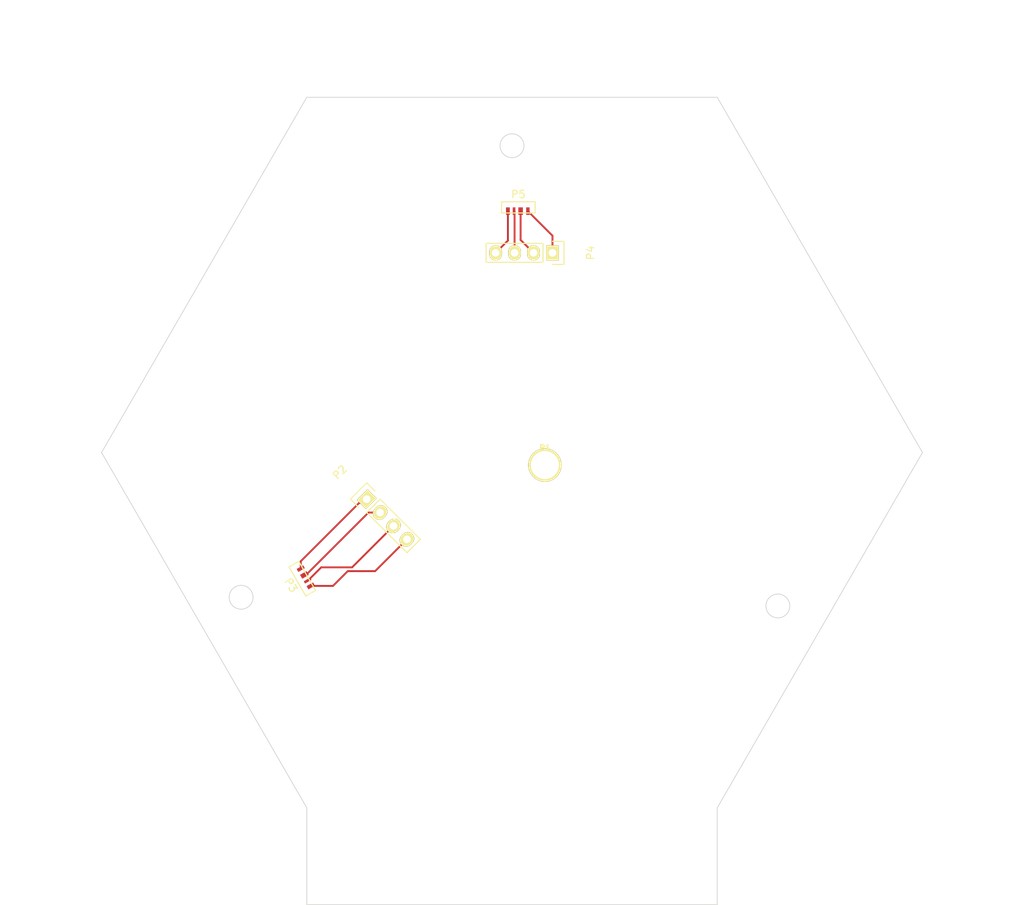
<source format=kicad_pcb>
(kicad_pcb (version 4) (host pcbnew 4.0.2+dfsg1-stable)

  (general
    (links 8)
    (no_connects 0)
    (area 79.894475 44.331821 217.107725 165.675379)
    (thickness 1.6)
    (drawings 46)
    (tracks 23)
    (zones 0)
    (modules 5)
    (nets 10)
  )

  (page A4)
  (layers
    (0 F.Cu signal)
    (31 B.Cu signal)
    (32 B.Adhes user)
    (33 F.Adhes user)
    (34 B.Paste user)
    (35 F.Paste user)
    (36 B.SilkS user)
    (37 F.SilkS user)
    (38 B.Mask user)
    (39 F.Mask user)
    (40 Dwgs.User user)
    (41 Cmts.User user)
    (42 Eco1.User user)
    (43 Eco2.User user)
    (44 Edge.Cuts user)
    (45 Margin user)
    (46 B.CrtYd user)
    (47 F.CrtYd user)
    (48 B.Fab user)
    (49 F.Fab user)
  )

  (setup
    (last_trace_width 0.25)
    (trace_clearance 0.2)
    (zone_clearance 0.508)
    (zone_45_only no)
    (trace_min 0.2)
    (segment_width 0.2)
    (edge_width 0.15)
    (via_size 0.6)
    (via_drill 0.4)
    (via_min_size 0.4)
    (via_min_drill 0.3)
    (uvia_size 0.3)
    (uvia_drill 0.1)
    (uvias_allowed no)
    (uvia_min_size 0.2)
    (uvia_min_drill 0.1)
    (pcb_text_width 0.3)
    (pcb_text_size 1.5 1.5)
    (mod_edge_width 0.15)
    (mod_text_size 1 1)
    (mod_text_width 0.15)
    (pad_size 4.4704 4.4704)
    (pad_drill 3.7592)
    (pad_to_mask_clearance 0.2)
    (aux_axis_origin 0 0)
    (visible_elements FFFFFF7F)
    (pcbplotparams
      (layerselection 0x010f0_80000001)
      (usegerberextensions true)
      (excludeedgelayer true)
      (linewidth 0.100000)
      (plotframeref false)
      (viasonmask false)
      (mode 1)
      (useauxorigin false)
      (hpglpennumber 1)
      (hpglpenspeed 20)
      (hpglpendiameter 15)
      (hpglpenoverlay 2)
      (psnegative false)
      (psa4output false)
      (plotreference true)
      (plotvalue true)
      (plotinvisibletext false)
      (padsonsilk false)
      (subtractmaskfromsilk false)
      (outputformat 1)
      (mirror false)
      (drillshape 0)
      (scaleselection 1)
      (outputdirectory template2_sunny))
  )

  (net 0 "")
  (net 1 GND)
  (net 2 "Net-(P2-Pad1)")
  (net 3 "Net-(P2-Pad2)")
  (net 4 "Net-(P2-Pad3)")
  (net 5 "Net-(P2-Pad4)")
  (net 6 "Net-(P4-Pad1)")
  (net 7 "Net-(P4-Pad2)")
  (net 8 "Net-(P4-Pad3)")
  (net 9 "Net-(P4-Pad4)")

  (net_class Default "This is the default net class."
    (clearance 0.2)
    (trace_width 0.25)
    (via_dia 0.6)
    (via_drill 0.4)
    (uvia_dia 0.3)
    (uvia_drill 0.1)
    (add_net GND)
    (add_net "Net-(P2-Pad1)")
    (add_net "Net-(P2-Pad2)")
    (add_net "Net-(P2-Pad3)")
    (add_net "Net-(P2-Pad4)")
    (add_net "Net-(P4-Pad1)")
    (add_net "Net-(P4-Pad2)")
    (add_net "Net-(P4-Pad3)")
    (add_net "Net-(P4-Pad4)")
  )

  (module 632HOLE (layer F.Cu) (tedit 5BB70A0B) (tstamp 5BBA79C4)
    (at 152.908 106.68)
    (descr Hole)
    (tags "DEV 6-32 HOLE")
    (path /5B94BB09)
    (fp_text reference P1 (at 0 -2.30124) (layer F.SilkS)
      (effects (font (size 0.762 0.762) (thickness 0.1905)))
    )
    (fp_text value CONN_01X01 (at 0 2.794) (layer F.SilkS) hide
      (effects (font (size 0.762 0.762) (thickness 0.1905)))
    )
    (fp_circle (center 0 0) (end 1.69926 -0.09906) (layer F.SilkS) (width 0.381))
    (pad 1 thru_hole circle (at 0 0) (size 4.4704 4.4704) (drill 3.7592) (layers *.Cu *.Mask F.SilkS)
      (net 1 GND))
  )

  (module Pin_Header_Straight_1x04 (layer F.Cu) (tedit 0) (tstamp 5BBA79D7)
    (at 129.032 111.252 45)
    (descr "Through hole pin header")
    (tags "pin header")
    (path /5BB70822)
    (fp_text reference P2 (at 0 -5.1 45) (layer F.SilkS)
      (effects (font (size 1 1) (thickness 0.15)))
    )
    (fp_text value CONN_01X04 (at 0 -3.1 45) (layer F.Fab)
      (effects (font (size 1 1) (thickness 0.15)))
    )
    (fp_line (start -1.75 -1.75) (end -1.75 9.4) (layer F.CrtYd) (width 0.05))
    (fp_line (start 1.75 -1.75) (end 1.75 9.4) (layer F.CrtYd) (width 0.05))
    (fp_line (start -1.75 -1.75) (end 1.75 -1.75) (layer F.CrtYd) (width 0.05))
    (fp_line (start -1.75 9.4) (end 1.75 9.4) (layer F.CrtYd) (width 0.05))
    (fp_line (start -1.27 1.27) (end -1.27 8.89) (layer F.SilkS) (width 0.15))
    (fp_line (start 1.27 1.27) (end 1.27 8.89) (layer F.SilkS) (width 0.15))
    (fp_line (start 1.55 -1.55) (end 1.55 0) (layer F.SilkS) (width 0.15))
    (fp_line (start -1.27 8.89) (end 1.27 8.89) (layer F.SilkS) (width 0.15))
    (fp_line (start 1.27 1.27) (end -1.27 1.27) (layer F.SilkS) (width 0.15))
    (fp_line (start -1.55 0) (end -1.55 -1.55) (layer F.SilkS) (width 0.15))
    (fp_line (start -1.55 -1.55) (end 1.55 -1.55) (layer F.SilkS) (width 0.15))
    (pad 1 thru_hole rect (at 0 0 45) (size 2.032 1.7272) (drill 1.016) (layers *.Cu *.Mask F.SilkS)
      (net 2 "Net-(P2-Pad1)"))
    (pad 2 thru_hole oval (at 0 2.54 45) (size 2.032 1.7272) (drill 1.016) (layers *.Cu *.Mask F.SilkS)
      (net 3 "Net-(P2-Pad2)"))
    (pad 3 thru_hole oval (at 0 5.08 45) (size 2.032 1.7272) (drill 1.016) (layers *.Cu *.Mask F.SilkS)
      (net 4 "Net-(P2-Pad3)"))
    (pad 4 thru_hole oval (at 0 7.62 45) (size 2.032 1.7272) (drill 1.016) (layers *.Cu *.Mask F.SilkS)
      (net 5 "Net-(P2-Pad4)"))
    (model Pin_Headers.3dshapes/Pin_Header_Straight_1x04.wrl
      (at (xyz 0 -0.15 0))
      (scale (xyz 1 1 1))
      (rotate (xyz 0 0 90))
    )
  )

  (module SK6812SIDE (layer F.Cu) (tedit 5BAC5859) (tstamp 5BBA79E4)
    (at 120.396 121.92 300)
    (path /5BB70861)
    (fp_text reference P3 (at 0 1.75 300) (layer F.SilkS)
      (effects (font (size 1 1) (thickness 0.15)))
    )
    (fp_text value CONN_01X04 (at 0 -1.5 300) (layer F.Fab)
      (effects (font (size 1 1) (thickness 0.15)))
    )
    (fp_line (start -2.25 0) (end -2.25 -0.75) (layer F.SilkS) (width 0.15))
    (fp_line (start -2.25 -0.75) (end 2.25 -0.75) (layer F.SilkS) (width 0.15))
    (fp_line (start 2.25 -0.75) (end 2.25 0.75) (layer F.SilkS) (width 0.15))
    (fp_line (start 2.25 0.75) (end -2.25 0.75) (layer F.SilkS) (width 0.15))
    (fp_line (start -2.25 0.75) (end -2.25 0) (layer F.SilkS) (width 0.15))
    (pad 1 smd rect (at -1.275 -0.5 300) (size 0.45 1) (layers F.Cu F.Paste F.Mask)
      (net 2 "Net-(P2-Pad1)"))
    (pad 2 smd rect (at -0.3 -0.5 300) (size 0.6 1) (layers F.Cu F.Paste F.Mask)
      (net 3 "Net-(P2-Pad2)"))
    (pad 3 smd rect (at 0.575 -0.5 300) (size 0.35 1) (layers F.Cu F.Paste F.Mask)
      (net 4 "Net-(P2-Pad3)"))
    (pad 4 smd rect (at 1.4 -0.5 300) (size 0.5 1) (layers F.Cu F.Paste F.Mask)
      (net 5 "Net-(P2-Pad4)"))
  )

  (module Pin_Header_Straight_1x04 (layer F.Cu) (tedit 0) (tstamp 5BBA79F7)
    (at 153.924 78.232 270)
    (descr "Through hole pin header")
    (tags "pin header")
    (path /5BB709C8)
    (fp_text reference P4 (at 0 -5.1 270) (layer F.SilkS)
      (effects (font (size 1 1) (thickness 0.15)))
    )
    (fp_text value CONN_01X04 (at 0 -3.1 270) (layer F.Fab)
      (effects (font (size 1 1) (thickness 0.15)))
    )
    (fp_line (start -1.75 -1.75) (end -1.75 9.4) (layer F.CrtYd) (width 0.05))
    (fp_line (start 1.75 -1.75) (end 1.75 9.4) (layer F.CrtYd) (width 0.05))
    (fp_line (start -1.75 -1.75) (end 1.75 -1.75) (layer F.CrtYd) (width 0.05))
    (fp_line (start -1.75 9.4) (end 1.75 9.4) (layer F.CrtYd) (width 0.05))
    (fp_line (start -1.27 1.27) (end -1.27 8.89) (layer F.SilkS) (width 0.15))
    (fp_line (start 1.27 1.27) (end 1.27 8.89) (layer F.SilkS) (width 0.15))
    (fp_line (start 1.55 -1.55) (end 1.55 0) (layer F.SilkS) (width 0.15))
    (fp_line (start -1.27 8.89) (end 1.27 8.89) (layer F.SilkS) (width 0.15))
    (fp_line (start 1.27 1.27) (end -1.27 1.27) (layer F.SilkS) (width 0.15))
    (fp_line (start -1.55 0) (end -1.55 -1.55) (layer F.SilkS) (width 0.15))
    (fp_line (start -1.55 -1.55) (end 1.55 -1.55) (layer F.SilkS) (width 0.15))
    (pad 1 thru_hole rect (at 0 0 270) (size 2.032 1.7272) (drill 1.016) (layers *.Cu *.Mask F.SilkS)
      (net 6 "Net-(P4-Pad1)"))
    (pad 2 thru_hole oval (at 0 2.54 270) (size 2.032 1.7272) (drill 1.016) (layers *.Cu *.Mask F.SilkS)
      (net 7 "Net-(P4-Pad2)"))
    (pad 3 thru_hole oval (at 0 5.08 270) (size 2.032 1.7272) (drill 1.016) (layers *.Cu *.Mask F.SilkS)
      (net 8 "Net-(P4-Pad3)"))
    (pad 4 thru_hole oval (at 0 7.62 270) (size 2.032 1.7272) (drill 1.016) (layers *.Cu *.Mask F.SilkS)
      (net 9 "Net-(P4-Pad4)"))
    (model Pin_Headers.3dshapes/Pin_Header_Straight_1x04.wrl
      (at (xyz 0 -0.15 0))
      (scale (xyz 1 1 1))
      (rotate (xyz 0 0 90))
    )
  )

  (module SK6812SIDE (layer F.Cu) (tedit 5BAC5859) (tstamp 5BBA7A04)
    (at 149.352 72.136 180)
    (path /5BB709CE)
    (fp_text reference P5 (at 0 1.75 180) (layer F.SilkS)
      (effects (font (size 1 1) (thickness 0.15)))
    )
    (fp_text value CONN_01X04 (at 0 -1.5 180) (layer F.Fab)
      (effects (font (size 1 1) (thickness 0.15)))
    )
    (fp_line (start -2.25 0) (end -2.25 -0.75) (layer F.SilkS) (width 0.15))
    (fp_line (start -2.25 -0.75) (end 2.25 -0.75) (layer F.SilkS) (width 0.15))
    (fp_line (start 2.25 -0.75) (end 2.25 0.75) (layer F.SilkS) (width 0.15))
    (fp_line (start 2.25 0.75) (end -2.25 0.75) (layer F.SilkS) (width 0.15))
    (fp_line (start -2.25 0.75) (end -2.25 0) (layer F.SilkS) (width 0.15))
    (pad 1 smd rect (at -1.275 -0.5 180) (size 0.45 1) (layers F.Cu F.Paste F.Mask)
      (net 6 "Net-(P4-Pad1)"))
    (pad 2 smd rect (at -0.3 -0.5 180) (size 0.6 1) (layers F.Cu F.Paste F.Mask)
      (net 7 "Net-(P4-Pad2)"))
    (pad 3 smd rect (at 0.575 -0.5 180) (size 0.35 1) (layers F.Cu F.Paste F.Mask)
      (net 8 "Net-(P4-Pad3)"))
    (pad 4 smd rect (at 1.4 -0.5 180) (size 0.5 1) (layers F.Cu F.Paste F.Mask)
      (net 9 "Net-(P4-Pad4)"))
  )

  (gr_line (start 176.0011 152.634997) (end 203.5011 105.0036) (layer Edge.Cuts) (width 0.1))
  (gr_line (start 176.0011 165.625378) (end 176.0011 152.634997) (layer Edge.Cuts) (width 0.1))
  (gr_line (start 121.0011 165.625378) (end 176.0011 165.625378) (layer Edge.Cuts) (width 0.1))
  (gr_line (start 121.0011 152.634997) (end 121.0011 165.625378) (layer Edge.Cuts) (width 0.1))
  (gr_line (start 93.5011 105.0036) (end 121.0011 152.634997) (layer Edge.Cuts) (width 0.1))
  (gr_line (start 121.0011 57.372203) (end 93.5011 105.0036) (layer Edge.Cuts) (width 0.1))
  (gr_line (start 176.0011 57.372203) (end 121.0011 57.372203) (layer Edge.Cuts) (width 0.1))
  (gr_line (start 203.5011 105.0036) (end 176.0011 57.372203) (layer Edge.Cuts) (width 0.1))
  (gr_circle (center 148.5011 63.867393) (end 150.1011 63.867393) (layer Edge.Cuts) (width 0.1))
  (gr_circle (center 112.203421 124.40659) (end 113.803421 124.40659) (layer Edge.Cuts) (width 0.1))
  (gr_circle (center 184.1261 125.571703) (end 185.7261 125.571703) (layer Edge.Cuts) (width 0.1))
  (gr_line (start 176.0011 152.634997) (end 203.5011 105.0036) (layer B.Fab) (width 0.1))
  (gr_line (start 176.0011 165.625378) (end 176.0011 152.634997) (layer B.Fab) (width 0.1))
  (gr_line (start 121.0011 165.625378) (end 176.0011 165.625378) (layer B.Fab) (width 0.1))
  (gr_line (start 121.0011 152.634997) (end 121.0011 165.625378) (layer B.Fab) (width 0.1))
  (gr_line (start 93.5011 105.0036) (end 121.0011 152.634997) (layer B.Fab) (width 0.1))
  (gr_line (start 121.0011 57.372203) (end 93.5011 105.0036) (layer B.Fab) (width 0.1))
  (gr_line (start 176.0011 57.372203) (end 121.0011 57.372203) (layer B.Fab) (width 0.1))
  (gr_line (start 203.5011 105.0036) (end 176.0011 57.372203) (layer B.Fab) (width 0.1))
  (gr_circle (center 148.5011 63.867393) (end 150.1011 63.867393) (layer B.Fab) (width 0.1))
  (gr_circle (center 112.203421 124.40659) (end 113.803421 124.40659) (layer B.Fab) (width 0.1))
  (gr_circle (center 184.1261 125.571703) (end 185.7261 125.571703) (layer B.Fab) (width 0.1))
  (gr_line (start 187.057724 107.5036) (end 187.057724 102.5036) (layer B.Fab) (width 0.1))
  (gr_line (start 169.944476 137.144616) (end 187.057724 107.5036) (layer B.Fab) (width 0.1))
  (gr_line (start 165.614349 139.644616) (end 169.944476 137.144616) (layer B.Fab) (width 0.1))
  (gr_line (start 131.387851 139.644616) (end 165.614349 139.644616) (layer B.Fab) (width 0.1))
  (gr_line (start 127.057724 137.144616) (end 131.387851 139.644616) (layer B.Fab) (width 0.1))
  (gr_line (start 109.944476 107.5036) (end 127.057724 137.144616) (layer B.Fab) (width 0.1))
  (gr_line (start 109.944476 102.5036) (end 109.944476 107.5036) (layer B.Fab) (width 0.1))
  (gr_line (start 127.057724 72.862584) (end 109.944476 102.5036) (layer B.Fab) (width 0.1))
  (gr_line (start 131.387851 70.362584) (end 127.057724 72.862584) (layer B.Fab) (width 0.1))
  (gr_line (start 165.614349 70.362584) (end 131.387851 70.362584) (layer B.Fab) (width 0.1))
  (gr_line (start 169.944476 72.862584) (end 165.614349 70.362584) (layer B.Fab) (width 0.1))
  (gr_line (start 187.057724 102.5036) (end 169.944476 72.862584) (layer B.Fab) (width 0.1))
  (gr_line (start 217.057724 107.5036) (end 217.057724 102.5036) (layer B.Fab) (width 0.1))
  (gr_line (start 184.944476 163.125378) (end 217.057724 107.5036) (layer B.Fab) (width 0.1))
  (gr_line (start 180.614349 165.625378) (end 184.944476 163.125378) (layer B.Fab) (width 0.1))
  (gr_line (start 116.387851 165.625378) (end 180.614349 165.625378) (layer B.Fab) (width 0.1))
  (gr_line (start 112.057724 163.125378) (end 116.387851 165.625378) (layer B.Fab) (width 0.1))
  (gr_line (start 79.944476 107.5036) (end 112.057724 163.125378) (layer B.Fab) (width 0.1))
  (gr_line (start 79.944476 102.5036) (end 79.944476 107.5036) (layer B.Fab) (width 0.1))
  (gr_line (start 112.057724 46.881822) (end 79.944476 102.5036) (layer B.Fab) (width 0.1))
  (gr_line (start 116.387851 44.381822) (end 112.057724 46.881822) (layer B.Fab) (width 0.1))
  (gr_line (start 180.614349 44.381822) (end 116.387851 44.381822) (layer B.Fab) (width 0.1))
  (gr_line (start 184.944476 46.881822) (end 180.614349 44.381822) (layer B.Fab) (width 0.1))
  (gr_line (start 217.057724 102.5036) (end 184.944476 46.881822) (layer B.Fab) (width 0.1))

  (segment (start 128.524 111.76) (end 128.016 111.76) (width 0.25) (layer F.Cu) (net 2))
  (segment (start 120.191513 119.584487) (end 128.016 111.76) (width 0.25) (layer F.Cu) (net 2) (tstamp 5BBA7AA5))
  (segment (start 120.191513 119.584487) (end 120.191513 120.565818) (width 0.25) (layer F.Cu) (net 2))
  (segment (start 128.524 111.76) (end 129.032 111.252) (width 0.25) (layer F.Cu) (net 2) (tstamp 5BBA7AA8))
  (segment (start 120.679013 121.410192) (end 120.905808 121.410192) (width 0.25) (layer F.Cu) (net 3))
  (segment (start 120.905808 121.410192) (end 129.267949 113.048051) (width 0.25) (layer F.Cu) (net 3) (tstamp 5BBA7AAB))
  (segment (start 129.267949 113.048051) (end 130.828051 113.048051) (width 0.25) (layer F.Cu) (net 3) (tstamp 5BBA7AAC))
  (segment (start 121.116513 122.167965) (end 121.164035 122.167965) (width 0.25) (layer F.Cu) (net 4))
  (segment (start 121.164035 122.167965) (end 122.936 120.396) (width 0.25) (layer F.Cu) (net 4) (tstamp 5BBA7AB3))
  (segment (start 122.936 120.396) (end 127.072204 120.396) (width 0.25) (layer F.Cu) (net 4) (tstamp 5BBA7AB4))
  (segment (start 127.072204 120.396) (end 132.624102 114.844102) (width 0.25) (layer F.Cu) (net 4) (tstamp 5BBA7AB5))
  (segment (start 121.529013 122.882436) (end 124.513564 122.882436) (width 0.25) (layer F.Cu) (net 5))
  (segment (start 130.156308 120.904) (end 134.420154 116.640154) (width 0.25) (layer F.Cu) (net 5) (tstamp 5BBA7ABC))
  (segment (start 126.492 120.904) (end 130.156308 120.904) (width 0.25) (layer F.Cu) (net 5) (tstamp 5BBA7ABA))
  (segment (start 124.513564 122.882436) (end 126.492 120.904) (width 0.25) (layer F.Cu) (net 5) (tstamp 5BBA7AB9))
  (segment (start 153.924 78.232) (end 153.924 75.933) (width 0.25) (layer F.Cu) (net 6))
  (segment (start 153.924 75.933) (end 150.627 72.636) (width 0.25) (layer F.Cu) (net 6) (tstamp 5BBA7A8A))
  (segment (start 149.652 72.636) (end 149.652 76.5) (width 0.25) (layer F.Cu) (net 7))
  (segment (start 149.652 76.5) (end 151.384 78.232) (width 0.25) (layer F.Cu) (net 7) (tstamp 5BBA7A8E))
  (segment (start 148.844 78.232) (end 148.844 72.703) (width 0.25) (layer F.Cu) (net 8))
  (segment (start 148.844 72.703) (end 148.777 72.636) (width 0.25) (layer F.Cu) (net 8) (tstamp 5BBA7A92))
  (segment (start 147.952 72.636) (end 147.952 76.584) (width 0.25) (layer F.Cu) (net 9))
  (segment (start 147.952 76.584) (end 146.304 78.232) (width 0.25) (layer F.Cu) (net 9) (tstamp 5BBA7A95))

)

</source>
